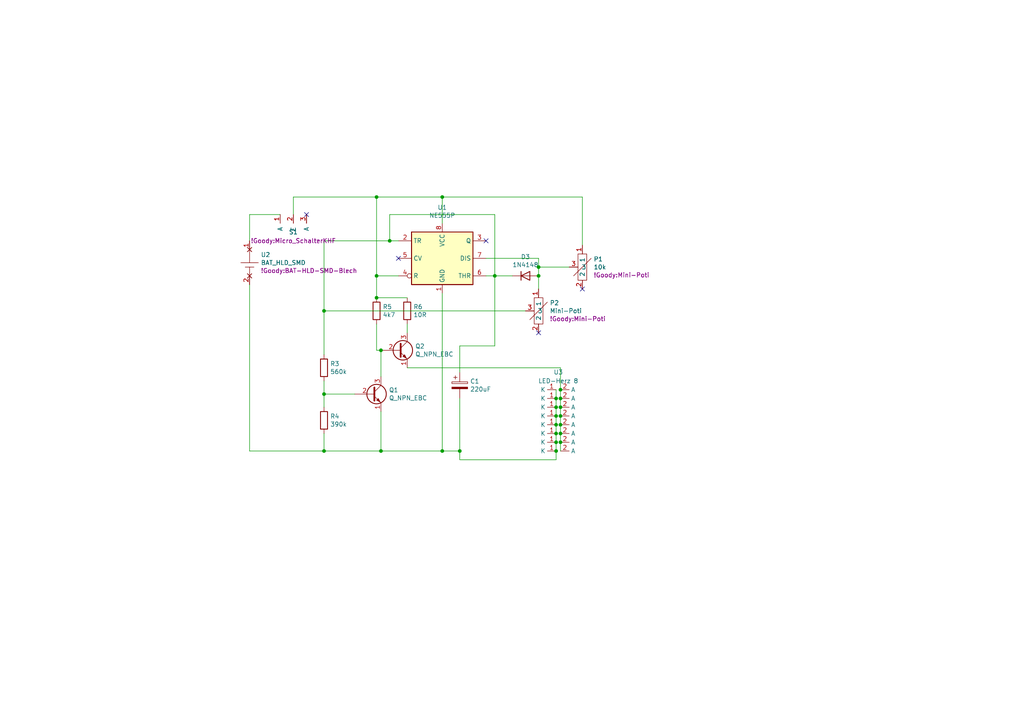
<source format=kicad_sch>
(kicad_sch (version 20230121) (generator eeschema)
  (paper "A4")
  (title_block (title "Lötübung Einhorn") (date "11.2023"))
  (lib_symbols
    (symbol "!Goody:LED-Herz 8"
      (property "Reference" "U" (at 0 0 0))
      (property "Value" "LED-Herz 8" (at -6.35 -12.7 0))
      (symbol "LED-Herz 8_1_1"
        (pin passive line (at -7.62 -8.89 180) (length 2.54) (name "K") (number "1"))
        (pin passive line (at -7.62 -6.35 180) (length 2.54) (name "K") (number "1"))
        (pin passive line (at -7.62 -3.81 180) (length 2.54) (name "K") (number "1"))
        (pin passive line (at -7.62 -1.27 180) (length 2.54) (name "K") (number "1"))
        (pin passive line (at -7.62 1.27 180) (length 2.54) (name "K") (number "1"))
        (pin passive line (at -7.62 3.81 180) (length 2.54) (name "K") (number "1"))
        (pin passive line (at -7.62 6.35 180) (length 2.54) (name "K") (number "1"))
        (pin passive line (at -7.62 8.89 180) (length 2.54) (name "K") (number "1"))
        (pin passive line (at -6.35 -8.89 0) (length 2.54) (name "A") (number "2"))
        (pin passive line (at -6.35 -6.35 0) (length 2.54) (name "A") (number "2"))
        (pin passive line (at -6.35 -3.81 0) (length 2.54) (name "A") (number "2"))
        (pin passive line (at -6.35 -1.27 0) (length 2.54) (name "A") (number "2"))
        (pin passive line (at -6.35 1.27 0) (length 2.54) (name "A") (number "2"))
        (pin passive line (at -6.35 3.81 0) (length 2.54) (name "A") (number "2"))
        (pin passive line (at -6.35 6.35 0) (length 2.54) (name "A") (number "2"))
        (pin passive line (at -6.35 8.89 0) (length 2.54) (name "A") (number "2"))
      )
    )
    (symbol "!Goody:Micro_Schalter-" (pin_names (offset 1.016))
      (property "Reference" "S1" (at 5.2832 -3.5814 0))
      (property "Footprint" "!Goody:Micro_SchalterKHF" (at 5.2832 -5.8928 0))
      (symbol "Micro_Schalter-_1_1"
        (pin passive line (at -3.81 -2.54 270) (length 2.54) (name "A") (number "1"))
        (pin passive line (at 0 -2.54 270) (length 2.54) (name "E") (number "2"))
        (pin passive line (at 3.81 -2.54 270) (length 2.54) (name "A") (number "3"))
      )
    )
    (symbol "Device:Q_NPN_EBC" (pin_names (offset 0) hide)
      (property "Reference" "Q" (at 5.08 1.27 0))
      (property "Value" "Q_NPN_EBC" (at 5.08 -1.27 0))
      (symbol "Q_NPN_EBC_0_1"
        (polyline (pts (xy 0.635 0.635) (xy 2.54 2.54)))
        (polyline (pts (xy 0.635 -0.635) (xy 2.54 -2.54) (xy 2.54 -2.54)))
        (polyline (pts (xy 0.635 1.905) (xy 0.635 -1.905) (xy 0.635 -1.905)) (stroke (width 0.508)))
        (polyline (pts (xy 1.27 -1.778) (xy 1.778 -1.27) (xy 2.286 -2.286) (xy 1.27 -1.778) (xy 1.27 -1.778)) (fill (type outline)))
        (circle (center 1.27 0) (radius 2.8194) (stroke (width 0.254)))
      )
      (symbol "Q_NPN_EBC_1_1"
        (pin passive line (at 2.54 -5.08 90) (length 2.54) (name "E") (number "1"))
        (pin passive line (at -5.08 0 0) (length 5.715) (name "B") (number "2"))
        (pin passive line (at 2.54 5.08 270) (length 2.54) (name "C") (number "3"))
      )
    )
    (symbol "Diode:1N4148" (pin_numbers hide) (pin_names hide)
      (property "Reference" "D" (at 0 2.54 0))
      (property "Value" "1N4148" (at 0 -2.54 0))
      (symbol "1N4148_0_1"
        (polyline (pts (xy -1.27 1.27) (xy -1.27 -1.27)) (stroke (width 0.254)))
        (polyline (pts (xy 1.27 0) (xy -1.27 0)))
        (polyline (pts (xy 1.27 1.27) (xy 1.27 -1.27) (xy -1.27 0) (xy 1.27 1.27)) (stroke (width 0.254)))
      )
      (symbol "1N4148_1_1"
        (pin passive line (at -3.81 0 0) (length 2.54) (name "K") (number "1"))
        (pin passive line (at 3.81 0 180) (length 2.54) (name "A") (number "2"))
      )
    )
    (symbol "ROBO_III-rescue:BAT_HLD_SMD-!Goody" (pin_names (offset 1.016))
      (property "Reference" "U" (at -5.08 0 0))
      (property "Value" "!Goody_BAT_HLD_SMD" (at -10.16 3.81 0))
      (property "Footprint" "KHF_LIB:BAT-HLD-SMD" (at -15.24 6.35 0))
      (symbol "BAT_HLD_SMD-!Goody_0_1"
        (rectangle (start -1.27 -1.27) (end 1.27 -1.27))
        (rectangle (start -1.27 0) (end -2.54 0))
        (rectangle (start -1.27 0) (end 1.27 0))
        (polyline (pts (xy 0 -3.81) (xy 0 -1.27)))
        (polyline (pts (xy 0 0) (xy 0 3.81)))
        (polyline (pts (xy 1.27 0) (xy 2.54 0)))
      )
      (symbol "BAT_HLD_SMD-!Goody_1_1"
        (pin power_out non_logic (at 0 6.35 270) (length 2.54) (name "~") (number "1"))
        (pin power_out non_logic (at 0 -6.35 90) (length 2.54) (name "~") (number "2"))
      )
    )
    (symbol "ROBO_III-rescue:ELKO-!Goody" (pin_numbers hide) (pin_names (offset 0.254))
      (property "Reference" "C" (at 0.635 2.54 0))
      (property "Value" "!Goody_ELKO" (at 0.635 -2.54 0))
      (symbol "ELKO-!Goody_0_1"
        (rectangle (start -2.286 0.508) (end 2.286 1.016))
        (polyline (pts (xy -1.778 2.286) (xy -0.762 2.286)))
        (polyline (pts (xy -1.27 2.794) (xy -1.27 1.778)))
        (rectangle (start 2.286 -0.508) (end -2.286 -1.016) (fill (type outline)))
      )
      (symbol "ELKO-!Goody_1_1"
        (pin passive line (at 0 3.81 270) (length 2.794) (name "~") (number "1"))
        (pin passive line (at 0 -3.81 90) (length 2.794) (name "~") (number "2"))
      )
    )
    (symbol "ROBO_III-rescue:Mini-Poti-!Goody" (pin_names (offset 1.016))
      (property "Reference" "P" (at -6.35 -1.27 0))
      (property "Value" "!Goody_Mini-Poti" (at -2.54 -3.81 0))
      (property "Footprint" "!Goody:Mini-Poti" (at -6.35 -1.27 90))
      (symbol "Mini-Poti-!Goody_0_1"
        (polyline (pts (xy -11.43 -5.08) (xy -6.35 0)))
        (polyline (pts (xy -10.16 1.27) (xy -7.62 1.27) (xy -7.62 -6.35) (xy -10.16 -6.35) (xy -10.16 1.27)))
      )
      (symbol "Mini-Poti-!Goody_1_1"
        (pin passive line (at -8.89 3.81 270) (length 2.54) (name "1") (number "1"))
        (pin passive line (at -8.89 -8.89 90) (length 2.54) (name "2") (number "2"))
        (pin passive line (at -12.7 -2.54 0) (length 2.54) (name "3") (number "3"))
      )
    )
    (symbol "ROBO_III-rescue:R-!Goody" (pin_numbers hide) (pin_names (offset 0))
      (property "Reference" "R" (at 2.032 0 90))
      (property "Value" "!Goody_R" (at 0 0 90))
      (symbol "R-!Goody_0_1"
        (rectangle (start -1.016 -2.54) (end 1.016 2.54) (stroke (width 0.254)))
      )
      (symbol "R-!Goody_1_1"
        (pin passive line (at 0 3.81 270) (length 1.27) (name "~") (number "1"))
        (pin passive line (at 0 -3.81 90) (length 1.27) (name "~") (number "2"))
      )
    )
    (symbol "Timer:NE555P"
      (property "Reference" "U" (at -10.16 8.89 0))
      (property "Value" "NE555P" (at 2.54 8.89 0))
      (symbol "NE555P_0_0"
        (pin power_in line (at 0 -10.16 90) (length 2.54) (name "GND") (number "1"))
        (pin power_in line (at 0 10.16 270) (length 2.54) (name "VCC") (number "8"))
      )
      (symbol "NE555P_0_1"
        (rectangle (start -8.89 -7.62) (end 8.89 7.62) (stroke (width 0.254)) (fill (type background)))
        (rectangle (start -8.89 -7.62) (end 8.89 7.62) (stroke (width 0.254)) (fill (type background)))
      )
      (symbol "NE555P_1_1"
        (pin input line (at -12.7 5.08 0) (length 3.81) (name "TR") (number "2"))
        (pin output line (at 12.7 5.08 180) (length 3.81) (name "Q") (number "3"))
        (pin input inverted (at -12.7 -5.08 0) (length 3.81) (name "R") (number "4"))
        (pin input line (at -12.7 0 0) (length 3.81) (name "CV") (number "5"))
        (pin input line (at 12.7 -5.08 180) (length 3.81) (name "THR") (number "6"))
        (pin input line (at 12.7 0 180) (length 3.81) (name "DIS") (number "7"))
      )
    )
  )
  (junction (at 110.49 101.6))
  (junction (at 162.56 118.11))
  (junction (at 113.03 69.85))
  (junction (at 161.29 120.65))
  (junction (at 162.56 113.03))
  (junction (at 143.51 80.01))
  (junction (at 161.29 130.81))
  (junction (at 156.21 80.01))
  (junction (at 133.35 130.81))
  (junction (at 162.56 115.57))
  (junction (at 110.49 130.81))
  (junction (at 161.29 118.11))
  (junction (at 161.29 125.73))
  (junction (at 109.22 80.01))
  (junction (at 93.98 130.81))
  (junction (at 161.29 128.27))
  (junction (at 109.22 57.15))
  (junction (at 109.22 86.36))
  (junction (at 162.56 125.73))
  (junction (at 156.21 77.47))
  (junction (at 93.98 90.17))
  (junction (at 93.98 114.3))
  (junction (at 161.29 115.57))
  (junction (at 128.27 57.15))
  (junction (at 162.56 128.27))
  (junction (at 128.27 130.81))
  (junction (at 161.29 123.19))
  (junction (at 162.56 123.19))
  (junction (at 162.56 120.65))
  (no_connect (at 156.21 96.52))
  (no_connect (at 168.91 83.82))
  (no_connect (at 115.57 74.93))
  (no_connect (at 140.97 69.85))
  (no_connect (at 88.9 62.23))
  (wire (pts (xy 148.59 80.01) (xy 143.51 80.01)))
  (wire (pts (xy 72.39 130.81) (xy 93.98 130.81)))
  (wire (pts (xy 93.98 125.73) (xy 93.98 130.81)))
  (wire (pts (xy 161.29 123.19) (xy 161.29 125.73)))
  (wire (pts (xy 93.98 69.85) (xy 93.98 90.17)))
  (wire (pts (xy 118.11 96.52) (xy 118.11 93.98)))
  (wire (pts (xy 113.03 62.23) (xy 143.51 62.23)))
  (wire (pts (xy 72.39 82.55) (xy 72.39 130.81)))
  (wire (pts (xy 156.21 77.47) (xy 165.1 77.47)))
  (wire (pts (xy 85.09 62.23) (xy 85.09 57.15)))
  (wire (pts (xy 93.98 130.81) (xy 110.49 130.81)))
  (wire (pts (xy 161.29 133.35) (xy 133.35 133.35)))
  (wire (pts (xy 85.09 57.15) (xy 109.22 57.15)))
  (wire (pts (xy 113.03 62.23) (xy 113.03 69.85)))
  (wire (pts (xy 156.21 77.47) (xy 156.21 74.93)))
  (wire (pts (xy 161.29 113.03) (xy 161.29 115.57)))
  (wire (pts (xy 109.22 80.01) (xy 109.22 57.15)))
  (wire (pts (xy 161.29 118.11) (xy 161.29 120.65)))
  (wire (pts (xy 156.21 80.01) (xy 156.21 83.82)))
  (wire (pts (xy 109.22 101.6) (xy 110.49 101.6)))
  (wire (pts (xy 110.49 101.6) (xy 110.49 109.22)))
  (wire (pts (xy 133.35 107.95) (xy 133.35 100.33)))
  (wire (pts (xy 161.29 115.57) (xy 161.29 118.11)))
  (wire (pts (xy 161.29 130.81) (xy 161.29 133.35)))
  (wire (pts (xy 109.22 93.98) (xy 109.22 101.6)))
  (wire (pts (xy 128.27 57.15) (xy 128.27 64.77)))
  (wire (pts (xy 152.4 90.17) (xy 93.98 90.17)))
  (wire (pts (xy 93.98 90.17) (xy 93.98 102.87)))
  (wire (pts (xy 161.29 120.65) (xy 161.29 123.19)))
  (wire (pts (xy 109.22 86.36) (xy 109.22 80.01)))
  (wire (pts (xy 128.27 57.15) (xy 168.91 57.15)))
  (wire (pts (xy 133.35 100.33) (xy 143.51 100.33)))
  (wire (pts (xy 162.56 123.19) (xy 162.56 125.73)))
  (wire (pts (xy 109.22 57.15) (xy 128.27 57.15)))
  (wire (pts (xy 162.56 128.27) (xy 162.56 130.81)))
  (wire (pts (xy 93.98 118.11) (xy 93.98 114.3)))
  (wire (pts (xy 162.56 118.11) (xy 162.56 120.65)))
  (wire (pts (xy 161.29 125.73) (xy 161.29 128.27)))
  (wire (pts (xy 162.56 113.03) (xy 162.56 115.57)))
  (wire (pts (xy 133.35 115.57) (xy 133.35 130.81)))
  (wire (pts (xy 161.29 128.27) (xy 161.29 130.81)))
  (wire (pts (xy 162.56 120.65) (xy 162.56 123.19)))
  (wire (pts (xy 156.21 77.47) (xy 156.21 80.01)))
  (wire (pts (xy 128.27 85.09) (xy 128.27 130.81)))
  (wire (pts (xy 168.91 57.15) (xy 168.91 71.12)))
  (wire (pts (xy 72.39 62.23) (xy 81.28 62.23)))
  (wire (pts (xy 143.51 62.23) (xy 143.51 80.01)))
  (wire (pts (xy 162.56 106.68) (xy 162.56 113.03)))
  (wire (pts (xy 118.11 86.36) (xy 109.22 86.36)))
  (wire (pts (xy 115.57 80.01) (xy 109.22 80.01)))
  (wire (pts (xy 113.03 69.85) (xy 115.57 69.85)))
  (wire (pts (xy 72.39 69.85) (xy 72.39 62.23)))
  (wire (pts (xy 110.49 130.81) (xy 128.27 130.81)))
  (wire (pts (xy 140.97 74.93) (xy 156.21 74.93)))
  (wire (pts (xy 93.98 69.85) (xy 113.03 69.85)))
  (wire (pts (xy 128.27 130.81) (xy 133.35 130.81)))
  (wire (pts (xy 118.11 106.68) (xy 162.56 106.68)))
  (wire (pts (xy 162.56 125.73) (xy 162.56 128.27)))
  (wire (pts (xy 93.98 114.3) (xy 93.98 110.49)))
  (wire (pts (xy 133.35 130.81) (xy 133.35 133.35)))
  (wire (pts (xy 143.51 80.01) (xy 143.51 100.33)))
  (wire (pts (xy 162.56 115.57) (xy 162.56 118.11)))
  (wire (pts (xy 110.49 119.38) (xy 110.49 130.81)))
  (wire (pts (xy 102.87 114.3) (xy 93.98 114.3)))
  (wire (pts (xy 143.51 80.01) (xy 140.97 80.01)))
  (symbol (lib_id "Timer:NE555P") (at 128.27 74.93 0) (unit 1)
    (property "Reference" "U1" (at 128.27 60.1726 0))
    (property "Value" "NE555P" (at 128.27 62.484 0))
    (property "Footprint" "Package_DIP:DIP-8_W7.62mm" (effects hide))
    (property "Datasheet" "http://www.ti.com/lit/ds/symlink/ne555.pdf" (effects hide))
  )
  (symbol (lib_id "Diode:1N4148") (at 152.4 80.01 0) (unit 1)
    (property "Reference" "D3" (at 152.4 74.4982 0))
    (property "Value" "1N4148" (at 152.4 76.8096 0))
    (property "Footprint" "Diode_THT:D_DO-35_SOD27_P7.62mm_Horizontal" (effects hide))
    (property "Datasheet" "https://assets.nexperia.com/documents/data-sheet/1N4148_1N4448.pdf" (effects hide))
  )
  (symbol (lib_id "ROBO_III-rescue:ELKO-!Goody") (at 133.35 111.76 0) (unit 1)
    (property "Reference" "C1" (at 136.3472 110.5916 0) (effects (justify left)))
    (property "Value" "220uF" (at 136.3472 112.903 0) (effects (justify left)))
    (property "Footprint" "Capacitor_THT:CP_Radial_D6.3mm_P2.50mm" (effects hide))
  )
  (symbol (lib_id "ROBO_III-rescue:Mini-Poti-!Goody") (at 177.8 74.93 0) (unit 1)
    (property "Reference" "P1" (at 172.1612 75.1586 0) (effects (justify left)))
    (property "Value" "10k" (at 172.1612 77.47 0) (effects (justify left)))
    (property "Footprint" "!Goody:Mini-Poti" (at 172.1612 79.7814 0) (effects (justify left)))
  )
  (symbol (lib_id "ROBO_III-rescue:R-!Goody") (at 93.98 106.68 0) (unit 1)
    (property "Reference" "R3" (at 95.758 105.5116 0) (effects (justify left)))
    (property "Value" "560k" (at 95.758 107.823 0) (effects (justify left)))
    (property "Footprint" "Resistor_THT:R_Axial_DIN0207_L6.3mm_D2.5mm_P10.16mm_Horizontal" (effects hide))
  )
  (symbol (lib_id "ROBO_III-rescue:R-!Goody") (at 93.98 121.92 0) (unit 1)
    (property "Reference" "R4" (at 95.758 120.7516 0) (effects (justify left)))
    (property "Value" "390k" (at 95.758 123.063 0) (effects (justify left)))
    (property "Footprint" "Resistor_THT:R_Axial_DIN0207_L6.3mm_D2.5mm_P10.16mm_Horizontal" (effects hide))
  )
  (symbol (lib_id "Device:Q_NPN_EBC") (at 107.95 114.3 0) (unit 1)
    (property "Reference" "Q1" (at 112.8014 113.1316 0) (effects (justify left)))
    (property "Value" "Q_NPN_EBC" (at 112.8014 115.443 0) (effects (justify left)))
    (property "Footprint" "!Goody:TO-92L_Wide" (effects hide))
  )
  (symbol (lib_id "Device:Q_NPN_EBC") (at 115.57 101.6 0) (unit 1)
    (property "Reference" "Q2" (at 120.4214 100.4316 0) (effects (justify left)))
    (property "Value" "Q_NPN_EBC" (at 120.4214 102.743 0) (effects (justify left)))
    (property "Footprint" "!Goody:TO-92L_Wide" (effects hide))
  )
  (symbol (lib_id "ROBO_III-rescue:BAT_HLD_SMD-!Goody") (at 72.39 76.2 0) (unit 1)
    (property "Reference" "U2" (at 75.6412 73.8886 0) (effects (justify left)))
    (property "Value" "BAT_HLD_SMD" (at 75.6412 76.2 0) (effects (justify left)))
    (property "Footprint" "!Goody:BAT-HLD-SMD-Blech" (at 75.6412 78.5114 0) (effects (justify left)))
  )
  (symbol (lib_id "ROBO_III-rescue:R-!Goody") (at 118.11 90.17 0) (unit 1)
    (property "Reference" "R6" (at 119.888 89.0016 0) (effects (justify left)))
    (property "Value" "10R" (at 119.888 91.313 0) (effects (justify left)))
    (property "Footprint" "Resistor_THT:R_Axial_DIN0207_L6.3mm_D2.5mm_P10.16mm_Horizontal" (effects hide))
  )
  (symbol (lib_id "ROBO_III-rescue:R-!Goody") (at 109.22 90.17 0) (unit 1)
    (property "Reference" "R5" (at 110.998 89.0016 0) (effects (justify left)))
    (property "Value" "4k7" (at 110.998 91.313 0) (effects (justify left)))
    (property "Footprint" "Resistor_THT:R_Axial_DIN0207_L6.3mm_D2.5mm_P10.16mm_Horizontal" (effects hide))
  )
  (symbol (lib_id "ROBO_III-rescue:Mini-Poti-!Goody") (at 165.1 87.63 0) (unit 1)
    (property "Reference" "P2" (at 159.4612 87.8586 0) (effects (justify left)))
    (property "Value" "Mini-Poti" (at 159.4612 90.17 0) (effects (justify left)))
    (property "Footprint" "!Goody:Mini-Poti" (at 159.4612 92.4814 0) (effects (justify left)))
  )
  (symbol (lib_id "!Goody:LED-Herz 8") (at 168.91 121.92 0) (unit 1)
    (property "Reference" "U3" (at 161.925 107.95 0))
    (property "Value" "LED-Herz 8" (at 161.925 110.49 0))
    (property "Footprint" "!Goody:LED-Herz 8" (effects hide))
  )
  (symbol (lib_id "!Goody:Micro_Schalter-") (at 85.09 59.69 0) (unit 1)
    (property "Reference" "S1" (at 85.09 67.31 0))
    (property "Value" "Micro_Schalter-" (effects hide))
    (property "Footprint" "!Goody:Micro_SchalterKHF" (at 85.09 69.85 0))
  )
)
</source>
